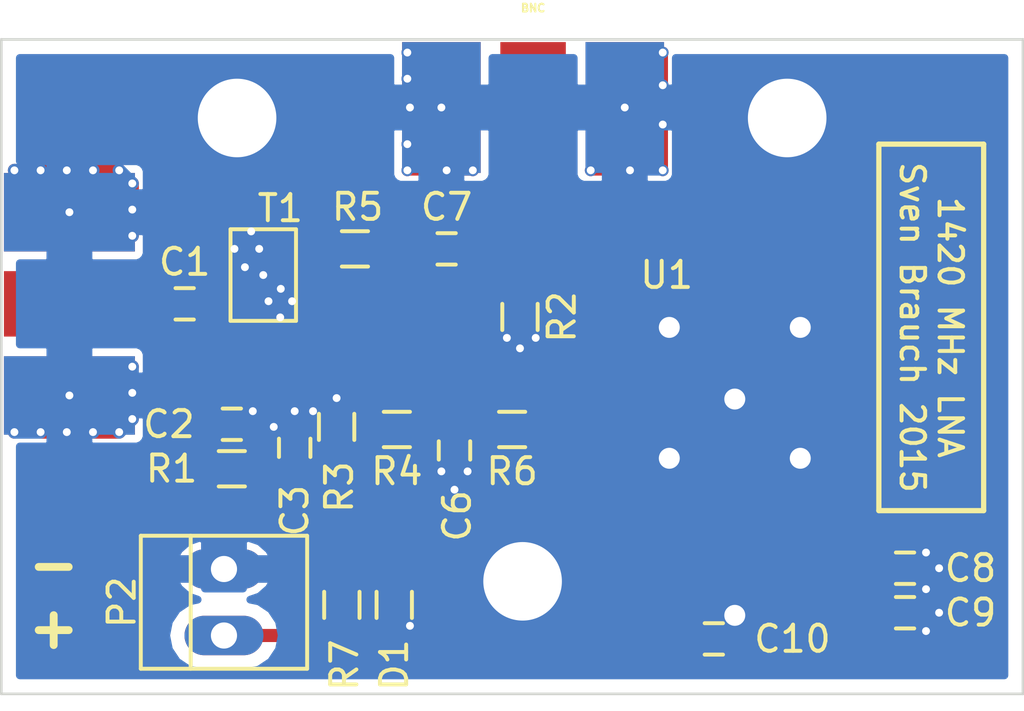
<source format=kicad_pcb>
(kicad_pcb (version 4) (host pcbnew "(2015-07-13 BZR 5935)-product")

  (general
    (links 43)
    (no_connects 0)
    (area 149.849999 95.2775 189.050001 122.775)
    (thickness 1.6)
    (drawings 10)
    (tracks 241)
    (zones 0)
    (modules 23)
    (nets 13)
  )

  (page A4)
  (layers
    (0 F.Cu signal)
    (31 B.Cu signal hide)
    (32 B.Adhes user)
    (33 F.Adhes user)
    (34 B.Paste user)
    (35 F.Paste user)
    (36 B.SilkS user)
    (37 F.SilkS user)
    (38 B.Mask user)
    (39 F.Mask user hide)
    (40 Dwgs.User user)
    (41 Cmts.User user)
    (42 Eco1.User user)
    (43 Eco2.User user)
    (44 Edge.Cuts user)
    (45 Margin user)
    (46 B.CrtYd user)
    (47 F.CrtYd user)
    (48 B.Fab user)
    (49 F.Fab user)
  )

  (setup
    (last_trace_width 0.25)
    (user_trace_width 0.3)
    (user_trace_width 0.4)
    (user_trace_width 0.5)
    (user_trace_width 0.7)
    (user_trace_width 0.8)
    (user_trace_width 1.5)
    (trace_clearance 0.2)
    (zone_clearance 0.508)
    (zone_45_only no)
    (trace_min 0.2)
    (segment_width 0.2)
    (edge_width 0.1)
    (via_size 0.6)
    (via_drill 0.4)
    (via_min_size 0.4)
    (via_min_drill 0.3)
    (user_via 0.45 0.3)
    (user_via 1.2 0.8)
    (uvia_size 0.3)
    (uvia_drill 0.1)
    (uvias_allowed no)
    (uvia_min_size 0.2)
    (uvia_min_drill 0.1)
    (pcb_text_width 0.3)
    (pcb_text_size 1.5 1.5)
    (mod_edge_width 0.15)
    (mod_text_size 1 1)
    (mod_text_width 0.15)
    (pad_size 1.5 1.5)
    (pad_drill 0.6)
    (pad_to_mask_clearance 0)
    (aux_axis_origin 0 0)
    (visible_elements FFFEFF7F)
    (pcbplotparams
      (layerselection 0x010f0_80000001)
      (usegerberextensions false)
      (excludeedgelayer true)
      (linewidth 0.100000)
      (plotframeref false)
      (viasonmask false)
      (mode 1)
      (useauxorigin false)
      (hpglpennumber 1)
      (hpglpenspeed 20)
      (hpglpendiameter 15)
      (hpglpenoverlay 2)
      (psnegative false)
      (psa4output false)
      (plotreference true)
      (plotvalue true)
      (plotinvisibletext false)
      (padsonsilk false)
      (subtractmaskfromsilk false)
      (outputformat 1)
      (mirror false)
      (drillshape 0)
      (scaleselection 1)
      (outputdirectory gerber/))
  )

  (net 0 "")
  (net 1 "Net-(C1-Pad1)")
  (net 2 "Net-(C1-Pad2)")
  (net 3 "Net-(C2-Pad1)")
  (net 4 GND)
  (net 5 "Net-(C3-Pad1)")
  (net 6 "Net-(C6-Pad1)")
  (net 7 "Net-(C7-Pad1)")
  (net 8 "Net-(C7-Pad2)")
  (net 9 "Net-(C8-Pad1)")
  (net 10 VCC)
  (net 11 "Net-(D1-Pad1)")
  (net 12 "Net-(R5-Pad1)")

  (net_class Default "This is the default net class."
    (clearance 0.2)
    (trace_width 0.25)
    (via_dia 0.6)
    (via_drill 0.4)
    (uvia_dia 0.3)
    (uvia_drill 0.1)
    (add_net GND)
    (add_net "Net-(C1-Pad1)")
    (add_net "Net-(C1-Pad2)")
    (add_net "Net-(C2-Pad1)")
    (add_net "Net-(C3-Pad1)")
    (add_net "Net-(C6-Pad1)")
    (add_net "Net-(C7-Pad1)")
    (add_net "Net-(C7-Pad2)")
    (add_net "Net-(C8-Pad1)")
    (add_net "Net-(D1-Pad1)")
    (add_net "Net-(R5-Pad1)")
    (add_net VCC)
  )

  (module Capacitors_SMD:C_0603 (layer F.Cu) (tedit 5415D631) (tstamp 5570CEBA)
    (at 157 107.1)
    (descr "Capacitor SMD 0603, reflow soldering, AVX (see smccp.pdf)")
    (tags "capacitor 0603")
    (path /50CB4F79)
    (attr smd)
    (fp_text reference C1 (at 0 -1.6) (layer F.SilkS)
      (effects (font (size 1 1) (thickness 0.15)))
    )
    (fp_text value 16pF (at 0 1.9) (layer F.Fab)
      (effects (font (size 1 1) (thickness 0.15)))
    )
    (fp_line (start -1.45 -0.75) (end 1.45 -0.75) (layer F.CrtYd) (width 0.05))
    (fp_line (start -1.45 0.75) (end 1.45 0.75) (layer F.CrtYd) (width 0.05))
    (fp_line (start -1.45 -0.75) (end -1.45 0.75) (layer F.CrtYd) (width 0.05))
    (fp_line (start 1.45 -0.75) (end 1.45 0.75) (layer F.CrtYd) (width 0.05))
    (fp_line (start -0.35 -0.6) (end 0.35 -0.6) (layer F.SilkS) (width 0.15))
    (fp_line (start 0.35 0.6) (end -0.35 0.6) (layer F.SilkS) (width 0.15))
    (pad 1 smd rect (at -0.75 0) (size 0.8 0.75) (layers F.Cu F.Paste F.Mask)
      (net 1 "Net-(C1-Pad1)"))
    (pad 2 smd rect (at 0.75 0) (size 0.8 0.75) (layers F.Cu F.Paste F.Mask)
      (net 2 "Net-(C1-Pad2)"))
    (model Capacitors_SMD.3dshapes/C_0603.wrl
      (at (xyz 0 0 0))
      (scale (xyz 1 1 1))
      (rotate (xyz 0 0 0))
    )
  )

  (module Capacitors_SMD:C_0603 (layer F.Cu) (tedit 5571A536) (tstamp 5570CEC6)
    (at 158.8 111.7)
    (descr "Capacitor SMD 0603, reflow soldering, AVX (see smccp.pdf)")
    (tags "capacitor 0603")
    (path /50CB4FAD)
    (attr smd)
    (fp_text reference C2 (at -2.4 0) (layer F.SilkS)
      (effects (font (size 1 1) (thickness 0.15)))
    )
    (fp_text value 12pF (at 0 1.9) (layer F.Fab)
      (effects (font (size 1 1) (thickness 0.15)))
    )
    (fp_line (start -1.45 -0.75) (end 1.45 -0.75) (layer F.CrtYd) (width 0.05))
    (fp_line (start -1.45 0.75) (end 1.45 0.75) (layer F.CrtYd) (width 0.05))
    (fp_line (start -1.45 -0.75) (end -1.45 0.75) (layer F.CrtYd) (width 0.05))
    (fp_line (start 1.45 -0.75) (end 1.45 0.75) (layer F.CrtYd) (width 0.05))
    (fp_line (start -0.35 -0.6) (end 0.35 -0.6) (layer F.SilkS) (width 0.15))
    (fp_line (start 0.35 0.6) (end -0.35 0.6) (layer F.SilkS) (width 0.15))
    (pad 1 smd rect (at -0.75 0) (size 0.8 0.75) (layers F.Cu F.Paste F.Mask)
      (net 3 "Net-(C2-Pad1)"))
    (pad 2 smd rect (at 0.75 0) (size 0.8 0.75) (layers F.Cu F.Paste F.Mask)
      (net 4 GND))
    (model Capacitors_SMD.3dshapes/C_0603.wrl
      (at (xyz 0 0 0))
      (scale (xyz 1 1 1))
      (rotate (xyz 0 0 0))
    )
  )

  (module Capacitors_SMD:C_0603 (layer F.Cu) (tedit 5571A54D) (tstamp 5570CED2)
    (at 161.2 112.6 90)
    (descr "Capacitor SMD 0603, reflow soldering, AVX (see smccp.pdf)")
    (tags "capacitor 0603")
    (path /50CB4FD8)
    (attr smd)
    (fp_text reference C3 (at -2.4 0 270) (layer F.SilkS)
      (effects (font (size 1 1) (thickness 0.15)))
    )
    (fp_text value 1nF (at 0 1.9 90) (layer F.Fab)
      (effects (font (size 1 1) (thickness 0.15)))
    )
    (fp_line (start -1.45 -0.75) (end 1.45 -0.75) (layer F.CrtYd) (width 0.05))
    (fp_line (start -1.45 0.75) (end 1.45 0.75) (layer F.CrtYd) (width 0.05))
    (fp_line (start -1.45 -0.75) (end -1.45 0.75) (layer F.CrtYd) (width 0.05))
    (fp_line (start 1.45 -0.75) (end 1.45 0.75) (layer F.CrtYd) (width 0.05))
    (fp_line (start -0.35 -0.6) (end 0.35 -0.6) (layer F.SilkS) (width 0.15))
    (fp_line (start 0.35 0.6) (end -0.35 0.6) (layer F.SilkS) (width 0.15))
    (pad 1 smd rect (at -0.75 0 90) (size 0.8 0.75) (layers F.Cu F.Paste F.Mask)
      (net 5 "Net-(C3-Pad1)"))
    (pad 2 smd rect (at 0.75 0 90) (size 0.8 0.75) (layers F.Cu F.Paste F.Mask)
      (net 4 GND))
    (model Capacitors_SMD.3dshapes/C_0603.wrl
      (at (xyz 0 0 0))
      (scale (xyz 1 1 1))
      (rotate (xyz 0 0 0))
    )
  )

  (module Capacitors_SMD:C_0603 (layer F.Cu) (tedit 5571A570) (tstamp 5570CEF6)
    (at 167.3 112.7 270)
    (descr "Capacitor SMD 0603, reflow soldering, AVX (see smccp.pdf)")
    (tags "capacitor 0603")
    (path /50CB555B)
    (attr smd)
    (fp_text reference C6 (at 2.5 -0.1 270) (layer F.SilkS)
      (effects (font (size 1 1) (thickness 0.15)))
    )
    (fp_text value 12pF (at 0 1.9 270) (layer F.Fab)
      (effects (font (size 1 1) (thickness 0.15)))
    )
    (fp_line (start -1.45 -0.75) (end 1.45 -0.75) (layer F.CrtYd) (width 0.05))
    (fp_line (start -1.45 0.75) (end 1.45 0.75) (layer F.CrtYd) (width 0.05))
    (fp_line (start -1.45 -0.75) (end -1.45 0.75) (layer F.CrtYd) (width 0.05))
    (fp_line (start 1.45 -0.75) (end 1.45 0.75) (layer F.CrtYd) (width 0.05))
    (fp_line (start -0.35 -0.6) (end 0.35 -0.6) (layer F.SilkS) (width 0.15))
    (fp_line (start 0.35 0.6) (end -0.35 0.6) (layer F.SilkS) (width 0.15))
    (pad 1 smd rect (at -0.75 0 270) (size 0.8 0.75) (layers F.Cu F.Paste F.Mask)
      (net 6 "Net-(C6-Pad1)"))
    (pad 2 smd rect (at 0.75 0 270) (size 0.8 0.75) (layers F.Cu F.Paste F.Mask)
      (net 4 GND))
    (model Capacitors_SMD.3dshapes/C_0603.wrl
      (at (xyz 0 0 0))
      (scale (xyz 1 1 1))
      (rotate (xyz 0 0 0))
    )
  )

  (module Capacitors_SMD:C_0603 (layer F.Cu) (tedit 5571A57A) (tstamp 5570CF02)
    (at 167 105)
    (descr "Capacitor SMD 0603, reflow soldering, AVX (see smccp.pdf)")
    (tags "capacitor 0603")
    (path /50CB5576)
    (attr smd)
    (fp_text reference C7 (at 0 -1.6) (layer F.SilkS)
      (effects (font (size 1 1) (thickness 0.15)))
    )
    (fp_text value 8.2pF (at 0 1.9) (layer F.Fab)
      (effects (font (size 1 1) (thickness 0.15)))
    )
    (fp_line (start -1.45 -0.75) (end 1.45 -0.75) (layer F.CrtYd) (width 0.05))
    (fp_line (start -1.45 0.75) (end 1.45 0.75) (layer F.CrtYd) (width 0.05))
    (fp_line (start -1.45 -0.75) (end -1.45 0.75) (layer F.CrtYd) (width 0.05))
    (fp_line (start 1.45 -0.75) (end 1.45 0.75) (layer F.CrtYd) (width 0.05))
    (fp_line (start -0.35 -0.6) (end 0.35 -0.6) (layer F.SilkS) (width 0.15))
    (fp_line (start 0.35 0.6) (end -0.35 0.6) (layer F.SilkS) (width 0.15))
    (pad 1 smd rect (at -0.75 0) (size 0.8 0.75) (layers F.Cu F.Paste F.Mask)
      (net 7 "Net-(C7-Pad1)"))
    (pad 2 smd rect (at 0.75 0) (size 0.8 0.75) (layers F.Cu F.Paste F.Mask)
      (net 8 "Net-(C7-Pad2)"))
    (model Capacitors_SMD.3dshapes/C_0603.wrl
      (at (xyz 0 0 0))
      (scale (xyz 1 1 1))
      (rotate (xyz 0 0 0))
    )
  )

  (module Capacitors_SMD:C_0603 (layer F.Cu) (tedit 5571A60F) (tstamp 5570CF0E)
    (at 184.5 117.2)
    (descr "Capacitor SMD 0603, reflow soldering, AVX (see smccp.pdf)")
    (tags "capacitor 0603")
    (path /50CB55BC)
    (attr smd)
    (fp_text reference C8 (at 2.5 0) (layer F.SilkS)
      (effects (font (size 1 1) (thickness 0.15)))
    )
    (fp_text value 100nF (at 0 1.9) (layer F.Fab)
      (effects (font (size 1 1) (thickness 0.15)))
    )
    (fp_line (start -1.45 -0.75) (end 1.45 -0.75) (layer F.CrtYd) (width 0.05))
    (fp_line (start -1.45 0.75) (end 1.45 0.75) (layer F.CrtYd) (width 0.05))
    (fp_line (start -1.45 -0.75) (end -1.45 0.75) (layer F.CrtYd) (width 0.05))
    (fp_line (start 1.45 -0.75) (end 1.45 0.75) (layer F.CrtYd) (width 0.05))
    (fp_line (start -0.35 -0.6) (end 0.35 -0.6) (layer F.SilkS) (width 0.15))
    (fp_line (start 0.35 0.6) (end -0.35 0.6) (layer F.SilkS) (width 0.15))
    (pad 1 smd rect (at -0.75 0) (size 0.8 0.75) (layers F.Cu F.Paste F.Mask)
      (net 9 "Net-(C8-Pad1)"))
    (pad 2 smd rect (at 0.75 0) (size 0.8 0.75) (layers F.Cu F.Paste F.Mask)
      (net 4 GND))
    (model Capacitors_SMD.3dshapes/C_0603.wrl
      (at (xyz 0 0 0))
      (scale (xyz 1 1 1))
      (rotate (xyz 0 0 0))
    )
  )

  (module Capacitors_SMD:C_0603 (layer F.Cu) (tedit 5571A612) (tstamp 5570CF1A)
    (at 184.5 118.9)
    (descr "Capacitor SMD 0603, reflow soldering, AVX (see smccp.pdf)")
    (tags "capacitor 0603")
    (path /50CB55C1)
    (attr smd)
    (fp_text reference C9 (at 2.5 0) (layer F.SilkS)
      (effects (font (size 1 1) (thickness 0.15)))
    )
    (fp_text value 2.2uF (at 0 1.9) (layer F.Fab)
      (effects (font (size 1 1) (thickness 0.15)))
    )
    (fp_line (start -1.45 -0.75) (end 1.45 -0.75) (layer F.CrtYd) (width 0.05))
    (fp_line (start -1.45 0.75) (end 1.45 0.75) (layer F.CrtYd) (width 0.05))
    (fp_line (start -1.45 -0.75) (end -1.45 0.75) (layer F.CrtYd) (width 0.05))
    (fp_line (start 1.45 -0.75) (end 1.45 0.75) (layer F.CrtYd) (width 0.05))
    (fp_line (start -0.35 -0.6) (end 0.35 -0.6) (layer F.SilkS) (width 0.15))
    (fp_line (start 0.35 0.6) (end -0.35 0.6) (layer F.SilkS) (width 0.15))
    (pad 1 smd rect (at -0.75 0) (size 0.8 0.75) (layers F.Cu F.Paste F.Mask)
      (net 9 "Net-(C8-Pad1)"))
    (pad 2 smd rect (at 0.75 0) (size 0.8 0.75) (layers F.Cu F.Paste F.Mask)
      (net 4 GND))
    (model Capacitors_SMD.3dshapes/C_0603.wrl
      (at (xyz 0 0 0))
      (scale (xyz 1 1 1))
      (rotate (xyz 0 0 0))
    )
  )

  (module Capacitors_SMD:C_0603 (layer F.Cu) (tedit 5571A5EE) (tstamp 5570CF26)
    (at 177.2 119.9)
    (descr "Capacitor SMD 0603, reflow soldering, AVX (see smccp.pdf)")
    (tags "capacitor 0603")
    (path /50CBAE3E)
    (attr smd)
    (fp_text reference C10 (at 3 0) (layer F.SilkS)
      (effects (font (size 1 1) (thickness 0.15)))
    )
    (fp_text value 2.2uF (at 0 1.9) (layer F.Fab)
      (effects (font (size 1 1) (thickness 0.15)))
    )
    (fp_line (start -1.45 -0.75) (end 1.45 -0.75) (layer F.CrtYd) (width 0.05))
    (fp_line (start -1.45 0.75) (end 1.45 0.75) (layer F.CrtYd) (width 0.05))
    (fp_line (start -1.45 -0.75) (end -1.45 0.75) (layer F.CrtYd) (width 0.05))
    (fp_line (start 1.45 -0.75) (end 1.45 0.75) (layer F.CrtYd) (width 0.05))
    (fp_line (start -0.35 -0.6) (end 0.35 -0.6) (layer F.SilkS) (width 0.15))
    (fp_line (start 0.35 0.6) (end -0.35 0.6) (layer F.SilkS) (width 0.15))
    (pad 1 smd rect (at -0.75 0) (size 0.8 0.75) (layers F.Cu F.Paste F.Mask)
      (net 10 VCC))
    (pad 2 smd rect (at 0.75 0) (size 0.8 0.75) (layers F.Cu F.Paste F.Mask)
      (net 4 GND))
    (model Capacitors_SMD.3dshapes/C_0603.wrl
      (at (xyz 0 0 0))
      (scale (xyz 1 1 1))
      (rotate (xyz 0 0 0))
    )
  )

  (module Resistors_SMD:R_0603 (layer F.Cu) (tedit 5571A650) (tstamp 5570CF32)
    (at 165 118.6 270)
    (descr "Resistor SMD 0603, reflow soldering, Vishay (see dcrcw.pdf)")
    (tags "resistor 0603")
    (path /50CBCF69)
    (attr smd)
    (fp_text reference D1 (at 2.3 0 270) (layer F.SilkS)
      (effects (font (size 1 1) (thickness 0.15)))
    )
    (fp_text value LED (at 0 1.9 270) (layer F.Fab)
      (effects (font (size 1 1) (thickness 0.15)))
    )
    (fp_line (start -1.3 -0.8) (end 1.3 -0.8) (layer F.CrtYd) (width 0.05))
    (fp_line (start -1.3 0.8) (end 1.3 0.8) (layer F.CrtYd) (width 0.05))
    (fp_line (start -1.3 -0.8) (end -1.3 0.8) (layer F.CrtYd) (width 0.05))
    (fp_line (start 1.3 -0.8) (end 1.3 0.8) (layer F.CrtYd) (width 0.05))
    (fp_line (start 0.5 0.675) (end -0.5 0.675) (layer F.SilkS) (width 0.15))
    (fp_line (start -0.5 -0.675) (end 0.5 -0.675) (layer F.SilkS) (width 0.15))
    (pad 1 smd rect (at -0.75 0 270) (size 0.5 0.9) (layers F.Cu F.Paste F.Mask)
      (net 11 "Net-(D1-Pad1)"))
    (pad 2 smd rect (at 0.75 0 270) (size 0.5 0.9) (layers F.Cu F.Paste F.Mask)
      (net 4 GND))
    (model Resistors_SMD.3dshapes/R_0603.wrl
      (at (xyz 0 0 0))
      (scale (xyz 1 1 1))
      (rotate (xyz 0 0 0))
    )
  )

  (module mycomponents:SMA_SIDE (layer F.Cu) (tedit 551AFA2F) (tstamp 5570CF5C)
    (at 170.3 99.6 180)
    (path /50CB4F5C)
    (fp_text reference P1 (at 0 3.2 180) (layer F.SilkS) hide
      (effects (font (size 0.3 0.3) (thickness 0.075)))
    )
    (fp_text value BNC (at 0 3.8 180) (layer F.SilkS)
      (effects (font (size 0.3 0.3) (thickness 0.075)))
    )
    (pad 1 smd rect (at 0 0 180) (size 2.5 5) (layers F.Cu F.Mask)
      (net 8 "Net-(C7-Pad2)"))
    (pad 2 smd rect (at -3.5 0 180) (size 3 5) (layers *.Mask B.Cu)
      (net 4 GND))
    (pad 2 smd rect (at 3.5 0 180) (size 3 5) (layers F.Cu F.Mask)
      (net 4 GND))
    (pad 2 smd rect (at 3.5 0 180) (size 3 5) (layers *.Mask B.Cu)
      (net 4 GND))
    (pad 2 smd rect (at -3.5 0 180) (size 3 5) (layers F.Cu F.Mask)
      (net 4 GND))
    (model lib/SMA_EDGE.wrl
      (at (xyz -0 0.15 0.063))
      (scale (xyz 1.27 1.27 1.27))
      (rotate (xyz 90 0 90))
    )
  )

  (module Resistors_SMD:R_0603 (layer F.Cu) (tedit 5571A53A) (tstamp 5570CF73)
    (at 158.8 113.4)
    (descr "Resistor SMD 0603, reflow soldering, Vishay (see dcrcw.pdf)")
    (tags "resistor 0603")
    (path /50CB4FB7)
    (attr smd)
    (fp_text reference R1 (at -2.3 0) (layer F.SilkS)
      (effects (font (size 1 1) (thickness 0.15)))
    )
    (fp_text value 100R (at 0 1.9) (layer F.Fab)
      (effects (font (size 1 1) (thickness 0.15)))
    )
    (fp_line (start -1.3 -0.8) (end 1.3 -0.8) (layer F.CrtYd) (width 0.05))
    (fp_line (start -1.3 0.8) (end 1.3 0.8) (layer F.CrtYd) (width 0.05))
    (fp_line (start -1.3 -0.8) (end -1.3 0.8) (layer F.CrtYd) (width 0.05))
    (fp_line (start 1.3 -0.8) (end 1.3 0.8) (layer F.CrtYd) (width 0.05))
    (fp_line (start 0.5 0.675) (end -0.5 0.675) (layer F.SilkS) (width 0.15))
    (fp_line (start -0.5 -0.675) (end 0.5 -0.675) (layer F.SilkS) (width 0.15))
    (pad 1 smd rect (at -0.75 0) (size 0.5 0.9) (layers F.Cu F.Paste F.Mask)
      (net 3 "Net-(C2-Pad1)"))
    (pad 2 smd rect (at 0.75 0) (size 0.5 0.9) (layers F.Cu F.Paste F.Mask)
      (net 5 "Net-(C3-Pad1)"))
    (model Resistors_SMD.3dshapes/R_0603.wrl
      (at (xyz 0 0 0))
      (scale (xyz 1 1 1))
      (rotate (xyz 0 0 0))
    )
  )

  (module Resistors_SMD:R_0603 (layer F.Cu) (tedit 5571A575) (tstamp 5570CF7F)
    (at 169.8 107.6 270)
    (descr "Resistor SMD 0603, reflow soldering, Vishay (see dcrcw.pdf)")
    (tags "resistor 0603")
    (path /557105CD)
    (attr smd)
    (fp_text reference R2 (at 0 -1.6 270) (layer F.SilkS)
      (effects (font (size 1 1) (thickness 0.15)))
    )
    (fp_text value 100R (at 0 1.9 270) (layer F.Fab)
      (effects (font (size 1 1) (thickness 0.15)))
    )
    (fp_line (start -1.3 -0.8) (end 1.3 -0.8) (layer F.CrtYd) (width 0.05))
    (fp_line (start -1.3 0.8) (end 1.3 0.8) (layer F.CrtYd) (width 0.05))
    (fp_line (start -1.3 -0.8) (end -1.3 0.8) (layer F.CrtYd) (width 0.05))
    (fp_line (start 1.3 -0.8) (end 1.3 0.8) (layer F.CrtYd) (width 0.05))
    (fp_line (start 0.5 0.675) (end -0.5 0.675) (layer F.SilkS) (width 0.15))
    (fp_line (start -0.5 -0.675) (end 0.5 -0.675) (layer F.SilkS) (width 0.15))
    (pad 1 smd rect (at -0.75 0 270) (size 0.5 0.9) (layers F.Cu F.Paste F.Mask)
      (net 8 "Net-(C7-Pad2)"))
    (pad 2 smd rect (at 0.75 0 270) (size 0.5 0.9) (layers F.Cu F.Paste F.Mask)
      (net 4 GND))
    (model Resistors_SMD.3dshapes/R_0603.wrl
      (at (xyz 0 0 0))
      (scale (xyz 1 1 1))
      (rotate (xyz 0 0 0))
    )
  )

  (module Resistors_SMD:R_0603 (layer F.Cu) (tedit 5571A550) (tstamp 5570CF8B)
    (at 162.8 111.8 90)
    (descr "Resistor SMD 0603, reflow soldering, Vishay (see dcrcw.pdf)")
    (tags "resistor 0603")
    (path /50CB5020)
    (attr smd)
    (fp_text reference R3 (at -2.3 0.1 270) (layer F.SilkS)
      (effects (font (size 1 1) (thickness 0.15)))
    )
    (fp_text value 220R (at 0 1.9 90) (layer F.Fab)
      (effects (font (size 1 1) (thickness 0.15)))
    )
    (fp_line (start -1.3 -0.8) (end 1.3 -0.8) (layer F.CrtYd) (width 0.05))
    (fp_line (start -1.3 0.8) (end 1.3 0.8) (layer F.CrtYd) (width 0.05))
    (fp_line (start -1.3 -0.8) (end -1.3 0.8) (layer F.CrtYd) (width 0.05))
    (fp_line (start 1.3 -0.8) (end 1.3 0.8) (layer F.CrtYd) (width 0.05))
    (fp_line (start 0.5 0.675) (end -0.5 0.675) (layer F.SilkS) (width 0.15))
    (fp_line (start -0.5 -0.675) (end 0.5 -0.675) (layer F.SilkS) (width 0.15))
    (pad 1 smd rect (at -0.75 0 90) (size 0.5 0.9) (layers F.Cu F.Paste F.Mask)
      (net 5 "Net-(C3-Pad1)"))
    (pad 2 smd rect (at 0.75 0 90) (size 0.5 0.9) (layers F.Cu F.Paste F.Mask)
      (net 4 GND))
    (model Resistors_SMD.3dshapes/R_0603.wrl
      (at (xyz 0 0 0))
      (scale (xyz 1 1 1))
      (rotate (xyz 0 0 0))
    )
  )

  (module Resistors_SMD:R_0603 (layer F.Cu) (tedit 5571A555) (tstamp 5570CF97)
    (at 165.1 111.9)
    (descr "Resistor SMD 0603, reflow soldering, Vishay (see dcrcw.pdf)")
    (tags "resistor 0603")
    (path /50CB5027)
    (attr smd)
    (fp_text reference R4 (at 0 1.6) (layer F.SilkS)
      (effects (font (size 1 1) (thickness 0.15)))
    )
    (fp_text value 1k (at 0 1.9) (layer F.Fab)
      (effects (font (size 1 1) (thickness 0.15)))
    )
    (fp_line (start -1.3 -0.8) (end 1.3 -0.8) (layer F.CrtYd) (width 0.05))
    (fp_line (start -1.3 0.8) (end 1.3 0.8) (layer F.CrtYd) (width 0.05))
    (fp_line (start -1.3 -0.8) (end -1.3 0.8) (layer F.CrtYd) (width 0.05))
    (fp_line (start 1.3 -0.8) (end 1.3 0.8) (layer F.CrtYd) (width 0.05))
    (fp_line (start 0.5 0.675) (end -0.5 0.675) (layer F.SilkS) (width 0.15))
    (fp_line (start -0.5 -0.675) (end 0.5 -0.675) (layer F.SilkS) (width 0.15))
    (pad 1 smd rect (at -0.75 0) (size 0.5 0.9) (layers F.Cu F.Paste F.Mask)
      (net 5 "Net-(C3-Pad1)"))
    (pad 2 smd rect (at 0.75 0) (size 0.5 0.9) (layers F.Cu F.Paste F.Mask)
      (net 6 "Net-(C6-Pad1)"))
    (model Resistors_SMD.3dshapes/R_0603.wrl
      (at (xyz 0 0 0))
      (scale (xyz 1 1 1))
      (rotate (xyz 0 0 0))
    )
  )

  (module Resistors_SMD:R_0603 (layer F.Cu) (tedit 5571A578) (tstamp 5570CFA3)
    (at 163.5 105)
    (descr "Resistor SMD 0603, reflow soldering, Vishay (see dcrcw.pdf)")
    (tags "resistor 0603")
    (path /50CB54EB)
    (attr smd)
    (fp_text reference R5 (at 0.1 -1.6) (layer F.SilkS)
      (effects (font (size 1 1) (thickness 0.15)))
    )
    (fp_text value 5 (at 0 1.9) (layer F.Fab)
      (effects (font (size 1 1) (thickness 0.15)))
    )
    (fp_line (start -1.3 -0.8) (end 1.3 -0.8) (layer F.CrtYd) (width 0.05))
    (fp_line (start -1.3 0.8) (end 1.3 0.8) (layer F.CrtYd) (width 0.05))
    (fp_line (start -1.3 -0.8) (end -1.3 0.8) (layer F.CrtYd) (width 0.05))
    (fp_line (start 1.3 -0.8) (end 1.3 0.8) (layer F.CrtYd) (width 0.05))
    (fp_line (start 0.5 0.675) (end -0.5 0.675) (layer F.SilkS) (width 0.15))
    (fp_line (start -0.5 -0.675) (end 0.5 -0.675) (layer F.SilkS) (width 0.15))
    (pad 1 smd rect (at -0.75 0) (size 0.5 0.9) (layers F.Cu F.Paste F.Mask)
      (net 12 "Net-(R5-Pad1)"))
    (pad 2 smd rect (at 0.75 0) (size 0.5 0.9) (layers F.Cu F.Paste F.Mask)
      (net 7 "Net-(C7-Pad1)"))
    (model Resistors_SMD.3dshapes/R_0603.wrl
      (at (xyz 0 0 0))
      (scale (xyz 1 1 1))
      (rotate (xyz 0 0 0))
    )
  )

  (module Resistors_SMD:R_0603 (layer F.Cu) (tedit 5571A573) (tstamp 5570CFAF)
    (at 169.5 111.9)
    (descr "Resistor SMD 0603, reflow soldering, Vishay (see dcrcw.pdf)")
    (tags "resistor 0603")
    (path /50CB55B6)
    (attr smd)
    (fp_text reference R6 (at 0 1.6) (layer F.SilkS)
      (effects (font (size 1 1) (thickness 0.15)))
    )
    (fp_text value 33 (at 0 1.9) (layer F.Fab)
      (effects (font (size 1 1) (thickness 0.15)))
    )
    (fp_line (start -1.3 -0.8) (end 1.3 -0.8) (layer F.CrtYd) (width 0.05))
    (fp_line (start -1.3 0.8) (end 1.3 0.8) (layer F.CrtYd) (width 0.05))
    (fp_line (start -1.3 -0.8) (end -1.3 0.8) (layer F.CrtYd) (width 0.05))
    (fp_line (start 1.3 -0.8) (end 1.3 0.8) (layer F.CrtYd) (width 0.05))
    (fp_line (start 0.5 0.675) (end -0.5 0.675) (layer F.SilkS) (width 0.15))
    (fp_line (start -0.5 -0.675) (end 0.5 -0.675) (layer F.SilkS) (width 0.15))
    (pad 1 smd rect (at -0.75 0) (size 0.5 0.9) (layers F.Cu F.Paste F.Mask)
      (net 6 "Net-(C6-Pad1)"))
    (pad 2 smd rect (at 0.75 0) (size 0.5 0.9) (layers F.Cu F.Paste F.Mask)
      (net 9 "Net-(C8-Pad1)"))
    (model Resistors_SMD.3dshapes/R_0603.wrl
      (at (xyz 0 0 0))
      (scale (xyz 1 1 1))
      (rotate (xyz 0 0 0))
    )
  )

  (module Resistors_SMD:R_0603 (layer F.Cu) (tedit 5571A641) (tstamp 5570CFBB)
    (at 163 118.6 270)
    (descr "Resistor SMD 0603, reflow soldering, Vishay (see dcrcw.pdf)")
    (tags "resistor 0603")
    (path /50CBCF74)
    (attr smd)
    (fp_text reference R7 (at 2.3 -0.1 270) (layer F.SilkS)
      (effects (font (size 1 1) (thickness 0.15)))
    )
    (fp_text value 2200 (at 0 1.9 270) (layer F.Fab)
      (effects (font (size 1 1) (thickness 0.15)))
    )
    (fp_line (start -1.3 -0.8) (end 1.3 -0.8) (layer F.CrtYd) (width 0.05))
    (fp_line (start -1.3 0.8) (end 1.3 0.8) (layer F.CrtYd) (width 0.05))
    (fp_line (start -1.3 -0.8) (end -1.3 0.8) (layer F.CrtYd) (width 0.05))
    (fp_line (start 1.3 -0.8) (end 1.3 0.8) (layer F.CrtYd) (width 0.05))
    (fp_line (start 0.5 0.675) (end -0.5 0.675) (layer F.SilkS) (width 0.15))
    (fp_line (start -0.5 -0.675) (end 0.5 -0.675) (layer F.SilkS) (width 0.15))
    (pad 1 smd rect (at -0.75 0 270) (size 0.5 0.9) (layers F.Cu F.Paste F.Mask)
      (net 11 "Net-(D1-Pad1)"))
    (pad 2 smd rect (at 0.75 0 270) (size 0.5 0.9) (layers F.Cu F.Paste F.Mask)
      (net 10 VCC))
    (model Resistors_SMD.3dshapes/R_0603.wrl
      (at (xyz 0 0 0))
      (scale (xyz 1 1 1))
      (rotate (xyz 0 0 0))
    )
  )

  (module Connect:PINHEAD1-2 (layer F.Cu) (tedit 0) (tstamp 5570CF67)
    (at 158.5 118.5 90)
    (path /50CBAEC3)
    (attr virtual)
    (fp_text reference P2 (at 0 -3.9 90) (layer F.SilkS)
      (effects (font (size 1 1) (thickness 0.15)))
    )
    (fp_text value CONN_2 (at 0 3.81 90) (layer F.Fab)
      (effects (font (size 1 1) (thickness 0.15)))
    )
    (fp_line (start 2.54 -1.27) (end -2.54 -1.27) (layer F.SilkS) (width 0.15))
    (fp_line (start 2.54 3.175) (end -2.54 3.175) (layer F.SilkS) (width 0.15))
    (fp_line (start -2.54 -3.175) (end 2.54 -3.175) (layer F.SilkS) (width 0.15))
    (fp_line (start -2.54 -3.175) (end -2.54 3.175) (layer F.SilkS) (width 0.15))
    (fp_line (start 2.54 -3.175) (end 2.54 3.175) (layer F.SilkS) (width 0.15))
    (pad 1 thru_hole oval (at -1.27 0 90) (size 1.50622 3.01498) (drill 0.99822) (layers *.Cu *.Mask)
      (net 10 VCC))
    (pad 2 thru_hole oval (at 1.27 0 90) (size 1.50622 3.01498) (drill 0.99822) (layers *.Cu *.Mask)
      (net 4 GND))
  )

  (module mycomponents:SMA_SIDE (layer F.Cu) (tedit 5571B639) (tstamp 5570CF3B)
    (at 152.6 107.1 90)
    (path /50CB4F51)
    (fp_text reference IN1 (at 0 3.2 90) (layer F.SilkS) hide
      (effects (font (size 0.3 0.3) (thickness 0.075)))
    )
    (fp_text value BNC (at 0 3.8 90) (layer F.SilkS) hide
      (effects (font (size 0.3 0.3) (thickness 0.075)))
    )
    (pad 1 smd rect (at 0 0 90) (size 2.5 5) (layers F.Cu F.Mask)
      (net 1 "Net-(C1-Pad1)"))
    (pad 2 smd rect (at -3.5 0 90) (size 3 5) (layers *.Mask B.Cu)
      (net 4 GND))
    (pad 2 smd rect (at 3.5 0 90) (size 3 5) (layers F.Cu F.Mask)
      (net 4 GND))
    (pad 2 smd rect (at 3.5 0 90) (size 3 5) (layers *.Mask B.Cu)
      (net 4 GND))
    (pad 2 smd rect (at -3.5 0 90) (size 3 5) (layers F.Cu F.Mask)
      (net 4 GND))
    (model lib/SMA_EDGE.wrl
      (at (xyz -0 0.15 0.063))
      (scale (xyz 1.27 1.27 1.27))
      (rotate (xyz 90 0 90))
    )
  )

  (module mycomponents:TO252 (layer F.Cu) (tedit 5571B90E) (tstamp 5570CFDF)
    (at 178 117.5)
    (path /55723499)
    (fp_text reference U1 (at -2.6 -11.5) (layer F.SilkS)
      (effects (font (size 1 1) (thickness 0.15)))
    )
    (fp_text value 78L05 (at 0 -9.5) (layer F.SilkS) hide
      (effects (font (size 1 1) (thickness 0.15)))
    )
    (pad GND smd rect (at 0 -6.9) (size 7 7) (layers F.Cu F.Paste F.Mask)
      (net 4 GND))
    (pad VO smd rect (at 2.3 0) (size 1.5 2.5) (layers F.Cu F.Paste F.Mask)
      (net 9 "Net-(C8-Pad1)"))
    (pad VI smd rect (at -2.3 0) (size 1.5 2.5) (layers F.Cu F.Paste F.Mask)
      (net 10 VCC))
  )

  (module mycomponents:3.5nH-microstrip (layer F.Cu) (tedit 5571BA19) (tstamp 5571A040)
    (at 157.9 109.5)
    (path /50CB4F99)
    (solder_mask_margin 0.01)
    (clearance 0.01)
    (fp_text reference L1 (at 3.025 0 90) (layer F.SilkS) hide
      (effects (font (size 1.5 1.5) (thickness 0.15)))
    )
    (fp_text value 3.5nH (at 0 -5.5) (layer F.Fab)
      (effects (font (size 1.5 1.5) (thickness 0.15)))
    )
    (pad 1 smd rect (at 0.575 -1.2) (size 1.15 0.3) (layers F.Cu F.Paste F.Mask)
      (net 2 "Net-(C1-Pad2)"))
    (pad 2 smd rect (at -0.575 1.2) (size 1.15 0.3) (layers F.Cu F.Paste F.Mask)
      (net 3 "Net-(C2-Pad1)"))
    (pad ~ smd rect (at 1.15 -0.9) (size 0.3 0.9) (layers F.Cu F.Paste F.Mask))
    (pad ~ smd rect (at 1.15 0.3) (size 0.3 0.9) (layers F.Cu F.Paste F.Mask))
    (pad ~ smd rect (at 0 -0.6) (size 2.3 0.3) (layers F.Cu F.Paste F.Mask))
    (pad ~ smd rect (at 0 0) (size 2.3 0.3) (layers F.Cu F.Paste F.Mask))
    (pad ~ smd rect (at 0 0.6) (size 2.3 0.3) (layers F.Cu F.Paste F.Mask))
    (pad ~ smd rect (at -1.15 -0.3) (size 0.3 0.9) (layers F.Cu F.Paste F.Mask))
    (pad ~ smd rect (at -1.15 0.9) (size 0.3 0.9) (layers F.Cu F.Paste F.Mask))
  )

  (module mycomponents:3.5nH-microstrip (layer F.Cu) (tedit 5571BA19) (tstamp 5571A04C)
    (at 166 108.4 180)
    (path /50CB54F5)
    (solder_mask_margin 0.01)
    (clearance 0.01)
    (fp_text reference L2 (at 3.025 0 270) (layer F.SilkS) hide
      (effects (font (size 1.5 1.5) (thickness 0.15)))
    )
    (fp_text value 3.5nH (at 0 -5.5 180) (layer F.Fab)
      (effects (font (size 1.5 1.5) (thickness 0.15)))
    )
    (pad 1 smd rect (at 0.575 -1.2 180) (size 1.15 0.3) (layers F.Cu F.Paste F.Mask)
      (net 6 "Net-(C6-Pad1)"))
    (pad 2 smd rect (at -0.575 1.2 180) (size 1.15 0.3) (layers F.Cu F.Paste F.Mask)
      (net 7 "Net-(C7-Pad1)"))
    (pad ~ smd rect (at 1.15 -0.9 180) (size 0.3 0.9) (layers F.Cu F.Paste F.Mask))
    (pad ~ smd rect (at 1.15 0.3 180) (size 0.3 0.9) (layers F.Cu F.Paste F.Mask))
    (pad ~ smd rect (at 0 -0.6 180) (size 2.3 0.3) (layers F.Cu F.Paste F.Mask))
    (pad ~ smd rect (at 0 0 180) (size 2.3 0.3) (layers F.Cu F.Paste F.Mask))
    (pad ~ smd rect (at 0 0.6 180) (size 2.3 0.3) (layers F.Cu F.Paste F.Mask))
    (pad ~ smd rect (at -1.15 -0.3 180) (size 0.3 0.9) (layers F.Cu F.Paste F.Mask))
    (pad ~ smd rect (at -1.15 0.9 180) (size 0.3 0.9) (layers F.Cu F.Paste F.Mask))
  )

  (module mycomponents:SOT343-AVAGO (layer F.Cu) (tedit 5571BB92) (tstamp 5570F0D3)
    (at 160 106 180)
    (path /50CB531A)
    (fp_text reference T1 (at -0.65 2.55 180) (layer F.SilkS)
      (effects (font (size 1 1) (thickness 0.15)))
    )
    (fp_text value ATF54143 (at 3 -3.75 180) (layer F.Fab)
      (effects (font (size 0.8 0.8) (thickness 0.1)))
    )
    (fp_line (start -1.25 -1.75) (end 1.25 -1.75) (layer F.SilkS) (width 0.15))
    (fp_line (start 1.25 -1.75) (end 1.25 1.75) (layer F.SilkS) (width 0.15))
    (fp_line (start 1.25 1.75) (end -1.25 1.75) (layer F.SilkS) (width 0.15))
    (fp_line (start -1.25 1.75) (end -1.25 -1.75) (layer F.SilkS) (width 0.15))
    (pad 3 smd rect (at 0.65 -1 180) (size 0.6 1) (layers F.Cu F.Paste F.Mask)
      (net 2 "Net-(C1-Pad2)"))
    (pad 2 smd rect (at -0.65 -1 180) (size 0.6 1) (layers F.Cu F.Paste F.Mask)
      (net 4 GND))
    (pad 1 smd rect (at -0.65 1 180) (size 0.6 1) (layers F.Cu F.Paste F.Mask)
      (net 12 "Net-(R5-Pad1)"))
    (pad 2 smd rect (at 0.5 1 180) (size 0.9 1) (layers F.Cu F.Paste F.Mask)
      (net 4 GND))
  )

  (gr_line (start 183.5 115) (end 183.5 101) (angle 90) (layer F.SilkS) (width 0.2))
  (gr_line (start 187.5 115) (end 183.5 115) (angle 90) (layer F.SilkS) (width 0.2))
  (gr_line (start 187.5 101) (end 187.5 115) (angle 90) (layer F.SilkS) (width 0.2))
  (gr_line (start 183.5 101) (end 187.5 101) (angle 90) (layer F.SilkS) (width 0.2))
  (gr_text "1420 MHz LNA\nSven Brauch 2015" (at 185.5 108 270) (layer F.SilkS)
    (effects (font (size 0.9 0.9) (thickness 0.15)))
  )
  (gr_text "-\n+" (at 152 118.25) (layer F.SilkS)
    (effects (font (size 1.5 1.5) (thickness 0.3)))
  )
  (gr_line (start 150 122) (end 150 97) (layer Edge.Cuts) (width 0.1))
  (gr_line (start 189 122) (end 150 122) (layer Edge.Cuts) (width 0.1))
  (gr_line (start 189 97) (end 189 122) (layer Edge.Cuts) (width 0.1))
  (gr_line (start 150 97) (end 189 97) (layer Edge.Cuts) (width 0.1))

  (segment (start 156.25 107.1) (end 152.6 107.1) (width 0.7) (layer F.Cu) (net 1))
  (segment (start 157.75 108.05) (end 158 108.3) (width 0.3) (layer F.Cu) (net 2))
  (segment (start 158 108.3) (end 158.475 108.3) (width 0.3) (layer F.Cu) (net 2))
  (segment (start 157.75 107.1) (end 157.75 108.05) (width 0.3) (layer F.Cu) (net 2))
  (segment (start 157.75 107.1) (end 159.25 107.1) (width 0.7) (layer F.Cu) (net 2))
  (segment (start 159.25 107.1) (end 159.35 107) (width 0.7) (layer F.Cu) (net 2))
  (segment (start 158.05 111.7) (end 158.05 113.4) (width 0.5) (layer F.Cu) (net 3))
  (segment (start 157.9 110.7) (end 158.05 110.85) (width 0.3) (layer F.Cu) (net 3))
  (segment (start 158.05 110.85) (end 158.05 111.7) (width 0.3) (layer F.Cu) (net 3))
  (segment (start 157.325 110.7) (end 157.9 110.7) (width 0.3) (layer F.Cu) (net 3))
  (segment (start 167.3 114.2) (end 167.3 115.1) (width 0.5) (layer B.Cu) (net 4))
  (via (at 167.3 114.2) (size 0.45) (drill 0.3) (layers F.Cu B.Cu) (net 4))
  (segment (start 167.3 113.45) (end 167.3 114.2) (width 0.5) (layer F.Cu) (net 4))
  (via (at 169.9 117.7) (size 4) (drill 3) (layers F.Cu B.Cu) (net 4))
  (segment (start 167.3 115.1) (end 169.9 117.7) (width 0.5) (layer B.Cu) (net 4) (tstamp 5571BAC6))
  (segment (start 173.8 99.6) (end 179.6 99.6) (width 0.5) (layer B.Cu) (net 4))
  (via (at 180 100) (size 4) (drill 3) (layers F.Cu B.Cu) (net 4))
  (segment (start 179.6 99.6) (end 180 100) (width 0.5) (layer B.Cu) (net 4) (tstamp 5571BAA6))
  (segment (start 180.5 113) (end 175.5 113) (width 0.4) (layer B.Cu) (net 4))
  (segment (start 175.5 113) (end 177.763 110.737) (width 0.4) (layer F.Cu) (net 4) (tstamp 5571B130))
  (via (at 175.5 113) (size 1.2) (drill 0.8) (layers F.Cu B.Cu) (net 4))
  (segment (start 177.763 110.737) (end 178 110.737) (width 0.4) (layer F.Cu) (net 4) (tstamp 5571B131))
  (segment (start 178 110.737) (end 178.237 110.737) (width 0.4) (layer B.Cu) (net 4))
  (segment (start 178.237 110.737) (end 180.5 113) (width 0.4) (layer B.Cu) (net 4) (tstamp 5571B128))
  (segment (start 180.5 113) (end 178.237 110.737) (width 0.4) (layer F.Cu) (net 4) (tstamp 5571B12A))
  (via (at 180.5 113) (size 1.2) (drill 0.8) (layers F.Cu B.Cu) (net 4))
  (segment (start 175.5 108) (end 180.5 108) (width 0.4) (layer B.Cu) (net 4))
  (segment (start 180.5 108) (end 178 110.5) (width 0.4) (layer F.Cu) (net 4) (tstamp 5571B124))
  (via (at 180.5 108) (size 1.2) (drill 0.8) (layers F.Cu B.Cu) (net 4))
  (segment (start 178 110.5) (end 178 110.737) (width 0.4) (layer F.Cu) (net 4) (tstamp 5571B125))
  (segment (start 178 110.737) (end 178 110.5) (width 0.4) (layer B.Cu) (net 4))
  (via (at 178 110.737) (size 1.2) (drill 0.8) (layers F.Cu B.Cu) (net 4))
  (segment (start 175.5 108) (end 178 110.5) (width 0.4) (layer F.Cu) (net 4) (tstamp 5571B11D))
  (via (at 175.5 108) (size 1.2) (drill 0.8) (layers F.Cu B.Cu) (net 4))
  (segment (start 177.937 110.737) (end 178 110.737) (width 0.4) (layer F.Cu) (net 4) (tstamp 5571B109))
  (segment (start 175.9 108.7) (end 177.937 110.737) (width 0.4) (layer F.Cu) (net 4) (tstamp 5571B108))
  (segment (start 166.8 99.6) (end 159.4 99.6) (width 0.4) (layer B.Cu) (net 4))
  (via (at 159 100) (size 4) (drill 3) (layers F.Cu B.Cu) (net 4))
  (segment (start 159.4 99.6) (end 159 100) (width 0.4) (layer B.Cu) (net 4) (tstamp 5571B3E2))
  (via (at 152.6 110.6) (size 0.45) (drill 0.3) (layers F.Cu B.Cu) (net 4))
  (via (at 152.6 103.6) (size 0.45) (drill 0.3) (layers F.Cu B.Cu) (net 4))
  (via (at 173.8 99.6) (size 0.45) (drill 0.3) (layers F.Cu B.Cu) (net 4))
  (segment (start 173.8 99.6) (end 173.8 98.95) (width 0.4) (layer B.Cu) (net 4))
  (segment (start 173.8 98.95) (end 175.25 97.5) (width 0.4) (layer B.Cu) (net 4) (tstamp 5571B26E))
  (via (at 175.25 97.5) (size 0.45) (drill 0.3) (layers F.Cu B.Cu) (net 4))
  (segment (start 175.25 97.5) (end 175.25 98.75) (width 0.4) (layer F.Cu) (net 4) (tstamp 5571B271))
  (via (at 175.25 98.75) (size 0.45) (drill 0.3) (layers F.Cu B.Cu) (net 4))
  (segment (start 175.25 98.75) (end 175.25 100.25) (width 0.4) (layer B.Cu) (net 4) (tstamp 5571B274))
  (via (at 175.25 100.25) (size 0.45) (drill 0.3) (layers F.Cu B.Cu) (net 4))
  (segment (start 175.25 100.25) (end 175.25 102) (width 0.4) (layer F.Cu) (net 4) (tstamp 5571B278))
  (via (at 175.25 102) (size 0.45) (drill 0.3) (layers F.Cu B.Cu) (net 4))
  (segment (start 175.25 102) (end 174 102) (width 0.4) (layer B.Cu) (net 4) (tstamp 5571B27E))
  (via (at 174 102) (size 0.45) (drill 0.3) (layers F.Cu B.Cu) (net 4))
  (segment (start 174 102) (end 172.5 102) (width 0.4) (layer F.Cu) (net 4) (tstamp 5571B281))
  (via (at 172.5 102) (size 0.45) (drill 0.3) (layers F.Cu B.Cu) (net 4))
  (segment (start 172.5 102) (end 173.8 100.7) (width 0.4) (layer B.Cu) (net 4) (tstamp 5571B28E))
  (segment (start 173.8 100.7) (end 173.8 99.6) (width 0.4) (layer B.Cu) (net 4) (tstamp 5571B28F))
  (segment (start 166.8 99.6) (end 165.6 99.6) (width 0.4) (layer F.Cu) (net 4))
  (via (at 165.6 99.6) (size 0.45) (drill 0.3) (layers F.Cu B.Cu) (net 4))
  (segment (start 165.6 99.6) (end 165.5 99.7) (width 0.4) (layer B.Cu) (net 4) (tstamp 5571B238))
  (segment (start 165.5 99.7) (end 165.5 102) (width 0.4) (layer B.Cu) (net 4) (tstamp 5571B239))
  (via (at 165.5 102) (size 0.45) (drill 0.3) (layers F.Cu B.Cu) (net 4))
  (segment (start 165.5 102) (end 168 102) (width 0.4) (layer F.Cu) (net 4) (tstamp 5571B23C))
  (via (at 168 102) (size 0.45) (drill 0.3) (layers F.Cu B.Cu) (net 4))
  (segment (start 168 102) (end 167 102) (width 0.4) (layer B.Cu) (net 4) (tstamp 5571B241))
  (via (at 167 102) (size 0.45) (drill 0.3) (layers F.Cu B.Cu) (net 4))
  (segment (start 167 102) (end 166 101) (width 0.4) (layer F.Cu) (net 4) (tstamp 5571B24A))
  (segment (start 166 101) (end 165.5 101) (width 0.4) (layer F.Cu) (net 4) (tstamp 5571B24B))
  (via (at 165.5 101) (size 0.45) (drill 0.3) (layers F.Cu B.Cu) (net 4))
  (segment (start 165.5 101) (end 166.8 99.7) (width 0.4) (layer B.Cu) (net 4) (tstamp 5571B24E))
  (segment (start 166.8 99.7) (end 166.8 99.6) (width 0.4) (layer B.Cu) (net 4) (tstamp 5571B24F))
  (via (at 166.8 99.6) (size 0.45) (drill 0.3) (layers F.Cu B.Cu) (net 4))
  (segment (start 166.8 99.6) (end 165.7 98.5) (width 0.4) (layer F.Cu) (net 4) (tstamp 5571B251))
  (segment (start 165.7 98.5) (end 165.5 98.5) (width 0.4) (layer F.Cu) (net 4) (tstamp 5571B252))
  (via (at 165.5 98.5) (size 0.45) (drill 0.3) (layers F.Cu B.Cu) (net 4))
  (segment (start 165.5 98.5) (end 165.5 97.5) (width 0.4) (layer B.Cu) (net 4) (tstamp 5571B254))
  (via (at 165.5 97.5) (size 0.45) (drill 0.3) (layers F.Cu B.Cu) (net 4))
  (segment (start 165.5 97.5) (end 166.8 98.8) (width 0.4) (layer F.Cu) (net 4) (tstamp 5571B259))
  (segment (start 166.8 98.8) (end 166.8 99.6) (width 0.4) (layer F.Cu) (net 4) (tstamp 5571B25A))
  (segment (start 185.25 117.2) (end 185.8 117.2) (width 0.4) (layer F.Cu) (net 4))
  (via (at 185.8 117.2) (size 0.45) (drill 0.3) (layers F.Cu B.Cu) (net 4))
  (segment (start 185.25 118.9) (end 185.8 118.9) (width 0.4) (layer F.Cu) (net 4))
  (via (at 185.8 118.9) (size 0.45) (drill 0.3) (layers F.Cu B.Cu) (net 4))
  (segment (start 185.25 118.9) (end 185.25 119.55) (width 0.4) (layer F.Cu) (net 4))
  (via (at 185.3 119.6) (size 0.45) (drill 0.3) (layers F.Cu B.Cu) (net 4))
  (segment (start 185.25 119.55) (end 185.3 119.6) (width 0.4) (layer F.Cu) (net 4) (tstamp 5571B14D))
  (segment (start 185.25 118.9) (end 185.25 118.05) (width 0.4) (layer F.Cu) (net 4))
  (segment (start 185.25 117.95) (end 185.3 118) (width 0.4) (layer F.Cu) (net 4) (tstamp 5571B144))
  (via (at 185.3 118) (size 0.45) (drill 0.3) (layers F.Cu B.Cu) (net 4))
  (segment (start 185.25 117.95) (end 185.25 117.2) (width 0.4) (layer F.Cu) (net 4))
  (segment (start 185.25 118.05) (end 185.3 118) (width 0.4) (layer F.Cu) (net 4) (tstamp 5571B149))
  (segment (start 185.25 117.2) (end 185.25 116.65) (width 0.4) (layer F.Cu) (net 4))
  (via (at 185.3 116.6) (size 0.45) (drill 0.3) (layers F.Cu B.Cu) (net 4))
  (segment (start 185.25 116.65) (end 185.3 116.6) (width 0.4) (layer F.Cu) (net 4) (tstamp 5571B13F))
  (segment (start 177.95 119.9) (end 178 119) (width 0.5) (layer F.Cu) (net 4))
  (via (at 178 119) (size 1.2) (drill 0.8) (layers F.Cu B.Cu) (net 4))
  (segment (start 161.2 111.85) (end 161.2 111.2) (width 0.5) (layer F.Cu) (net 4))
  (via (at 161.2 111.2) (size 0.45) (drill 0.3) (layers F.Cu B.Cu) (net 4))
  (segment (start 161.2 111.85) (end 161.25 111.85) (width 0.5) (layer F.Cu) (net 4))
  (segment (start 161.25 111.85) (end 161.9 111.2) (width 0.5) (layer F.Cu) (net 4) (tstamp 5571B0CC))
  (segment (start 162.05 111.05) (end 161.9 111.2) (width 0.5) (layer F.Cu) (net 4) (tstamp 5571B0C8))
  (via (at 161.9 111.2) (size 0.45) (drill 0.3) (layers F.Cu B.Cu) (net 4))
  (segment (start 162.8 111.05) (end 162.05 111.05) (width 0.5) (layer F.Cu) (net 4))
  (segment (start 162.8 111.05) (end 162.8 110.7) (width 0.5) (layer F.Cu) (net 4))
  (via (at 162.8 110.7) (size 0.45) (drill 0.3) (layers F.Cu B.Cu) (net 4))
  (segment (start 159.55 111.7) (end 160.3 111.7) (width 0.5) (layer F.Cu) (net 4))
  (segment (start 160.45 111.85) (end 160.4 111.8) (width 0.5) (layer F.Cu) (net 4) (tstamp 5571B0B9))
  (via (at 160.4 111.8) (size 0.45) (drill 0.3) (layers F.Cu B.Cu) (net 4))
  (segment (start 160.45 111.85) (end 161.2 111.85) (width 0.5) (layer F.Cu) (net 4))
  (segment (start 160.3 111.7) (end 160.4 111.8) (width 0.5) (layer F.Cu) (net 4) (tstamp 5571B0BE))
  (segment (start 159.55 111.7) (end 159.55 111.25) (width 0.5) (layer F.Cu) (net 4))
  (via (at 159.6 111.2) (size 0.45) (drill 0.3) (layers F.Cu B.Cu) (net 4))
  (segment (start 159.55 111.25) (end 159.6 111.2) (width 0.5) (layer F.Cu) (net 4) (tstamp 5571B0B5))
  (segment (start 165 119.35) (end 165.55 119.35) (width 0.5) (layer F.Cu) (net 4))
  (via (at 165.6 119.4) (size 0.45) (drill 0.3) (layers F.Cu B.Cu) (net 4))
  (segment (start 165.55 119.35) (end 165.6 119.4) (width 0.5) (layer F.Cu) (net 4) (tstamp 5571B0B1))
  (segment (start 167.3 113.45) (end 166.85 113.45) (width 0.5) (layer F.Cu) (net 4))
  (via (at 166.8 113.5) (size 0.45) (drill 0.3) (layers F.Cu B.Cu) (net 4))
  (segment (start 166.85 113.45) (end 166.8 113.5) (width 0.5) (layer F.Cu) (net 4) (tstamp 5571B0AD))
  (segment (start 167.3 113.45) (end 167.75 113.45) (width 0.5) (layer F.Cu) (net 4))
  (via (at 167.8 113.5) (size 0.45) (drill 0.3) (layers F.Cu B.Cu) (net 4))
  (segment (start 167.75 113.45) (end 167.8 113.5) (width 0.5) (layer F.Cu) (net 4) (tstamp 5571B0A9))
  (segment (start 169.8 108.35) (end 169.35 108.35) (width 0.5) (layer F.Cu) (net 4))
  (segment (start 169.35 108.35) (end 169.3 108.4) (width 0.5) (layer F.Cu) (net 4) (tstamp 5571B0A0))
  (via (at 169.3 108.4) (size 0.45) (drill 0.3) (layers F.Cu B.Cu) (net 4))
  (segment (start 169.8 108.35) (end 170.35 108.35) (width 0.5) (layer F.Cu) (net 4))
  (via (at 170.4 108.4) (size 0.45) (drill 0.3) (layers F.Cu B.Cu) (net 4))
  (segment (start 170.35 108.35) (end 170.4 108.4) (width 0.5) (layer F.Cu) (net 4) (tstamp 5571B09C))
  (segment (start 169.8 108.35) (end 169.8 108.8) (width 0.5) (layer F.Cu) (net 4))
  (via (at 169.8 108.8) (size 0.45) (drill 0.3) (layers F.Cu B.Cu) (net 4))
  (segment (start 152.6 110.6) (end 153.9 110.6) (width 0.5) (layer F.Cu) (net 4))
  (segment (start 153.9 110.6) (end 155 109.5) (width 0.5) (layer F.Cu) (net 4) (tstamp 5571B04D))
  (via (at 155 109.5) (size 0.45) (drill 0.3) (layers F.Cu B.Cu) (net 4))
  (segment (start 155 109.5) (end 155 110.5) (width 0.5) (layer B.Cu) (net 4) (tstamp 5571B04F))
  (via (at 155 110.5) (size 0.45) (drill 0.3) (layers F.Cu B.Cu) (net 4))
  (segment (start 155 110.5) (end 155 111.5) (width 0.5) (layer F.Cu) (net 4) (tstamp 5571B052))
  (via (at 155 111.5) (size 0.45) (drill 0.3) (layers F.Cu B.Cu) (net 4))
  (segment (start 155 111.5) (end 154.5 112) (width 0.5) (layer B.Cu) (net 4) (tstamp 5571B055))
  (via (at 154.5 112) (size 0.45) (drill 0.3) (layers F.Cu B.Cu) (net 4))
  (segment (start 154.5 112) (end 153.5 112) (width 0.5) (layer F.Cu) (net 4) (tstamp 5571B058))
  (via (at 153.5 112) (size 0.45) (drill 0.3) (layers F.Cu B.Cu) (net 4))
  (segment (start 153.5 112) (end 152.5 112) (width 0.5) (layer B.Cu) (net 4) (tstamp 5571B05B))
  (via (at 152.5 112) (size 0.45) (drill 0.3) (layers F.Cu B.Cu) (net 4))
  (segment (start 152.5 112) (end 151.5 112) (width 0.5) (layer F.Cu) (net 4) (tstamp 5571B05E))
  (via (at 151.5 112) (size 0.45) (drill 0.3) (layers F.Cu B.Cu) (net 4))
  (segment (start 151.5 112) (end 150.5 112) (width 0.5) (layer B.Cu) (net 4) (tstamp 5571B061))
  (via (at 150.5 112) (size 0.45) (drill 0.3) (layers F.Cu B.Cu) (net 4))
  (segment (start 150.5 112) (end 151.9 110.6) (width 0.5) (layer F.Cu) (net 4) (tstamp 5571B064))
  (segment (start 151.9 110.6) (end 152.6 110.6) (width 0.5) (layer F.Cu) (net 4) (tstamp 5571B065))
  (segment (start 152.6 103.6) (end 152.1 103.6) (width 0.5) (layer F.Cu) (net 4))
  (segment (start 152.1 103.6) (end 150.5 102) (width 0.5) (layer F.Cu) (net 4) (tstamp 5571B034))
  (segment (start 154.5 102) (end 155 102.5) (width 0.5) (layer B.Cu) (net 4) (tstamp 5571B042))
  (via (at 154.5 102) (size 0.45) (drill 0.3) (layers F.Cu B.Cu) (net 4))
  (segment (start 153.5 102) (end 154.5 102) (width 0.5) (layer F.Cu) (net 4) (tstamp 5571B03F))
  (via (at 153.5 102) (size 0.45) (drill 0.3) (layers F.Cu B.Cu) (net 4))
  (segment (start 152.5 102) (end 153.5 102) (width 0.5) (layer B.Cu) (net 4) (tstamp 5571B03C))
  (via (at 152.5 102) (size 0.45) (drill 0.3) (layers F.Cu B.Cu) (net 4))
  (segment (start 151.5 102) (end 152.5 102) (width 0.5) (layer F.Cu) (net 4) (tstamp 5571B039))
  (via (at 151.5 102) (size 0.45) (drill 0.3) (layers F.Cu B.Cu) (net 4))
  (segment (start 150.5 102) (end 151.5 102) (width 0.5) (layer B.Cu) (net 4) (tstamp 5571B036))
  (via (at 150.5 102) (size 0.45) (drill 0.3) (layers F.Cu B.Cu) (net 4))
  (via (at 155 102.5) (size 0.45) (drill 0.3) (layers F.Cu B.Cu) (net 4))
  (segment (start 155 102.5) (end 155 103.5) (width 0.5) (layer F.Cu) (net 4) (tstamp 5571B045))
  (via (at 155 103.5) (size 0.45) (drill 0.3) (layers F.Cu B.Cu) (net 4))
  (segment (start 155 103.5) (end 155 104.5) (width 0.5) (layer B.Cu) (net 4) (tstamp 5571B048))
  (via (at 155 104.5) (size 0.45) (drill 0.3) (layers F.Cu B.Cu) (net 4))
  (segment (start 155 104.5) (end 152.6 103.6) (width 0.5) (layer F.Cu) (net 4) (tstamp 5571B04C))
  (segment (start 160.5 107) (end 160.2 107) (width 0.5) (layer B.Cu) (net 4))
  (segment (start 160.2 107) (end 160.5 107) (width 0.5) (layer F.Cu) (net 4) (tstamp 5571AFED))
  (via (at 160.2 107) (size 0.45) (drill 0.3) (layers F.Cu B.Cu) (net 4))
  (segment (start 159.35 105) (end 159.7 105) (width 0.5) (layer F.Cu) (net 4))
  (via (at 159.84471 105) (size 0.45) (drill 0.3) (layers F.Cu B.Cu) (net 4))
  (segment (start 160.65 107.05) (end 160.65 106.55) (width 0.5) (layer F.Cu) (net 4))
  (segment (start 160.5 106.5) (end 160 106) (width 0.5) (layer F.Cu) (net 4) (tstamp 5571AFC5))
  (via (at 160 106) (size 0.45) (drill 0.3) (layers F.Cu B.Cu) (net 4))
  (segment (start 160.65 107) (end 160.65 107.6) (width 0.5) (layer F.Cu) (net 4))
  (via (at 160.647165 107.617654) (size 0.45) (drill 0.3) (layers F.Cu B.Cu) (net 4))
  (via (at 160.668878 106.526355) (size 0.45) (drill 0.3) (layers F.Cu B.Cu) (net 4))
  (segment (start 159.35 105) (end 159.35 105.35) (width 0.5) (layer F.Cu) (net 4))
  (segment (start 159.35 105.35) (end 160.5 106.5) (width 0.5) (layer F.Cu) (net 4) (tstamp 5571AFB3))
  (segment (start 160.5 107) (end 161.1 107) (width 0.5) (layer F.Cu) (net 4))
  (via (at 161.1 107) (size 0.45) (drill 0.3) (layers F.Cu B.Cu) (net 4))
  (segment (start 159.35 105) (end 159.35 105.65) (width 0.5) (layer F.Cu) (net 4))
  (via (at 159.3 105.7) (size 0.45) (drill 0.3) (layers F.Cu B.Cu) (net 4))
  (segment (start 159.35 105.65) (end 159.3 105.7) (width 0.5) (layer F.Cu) (net 4) (tstamp 5571AFAA))
  (segment (start 159.35 105) (end 158.9 105) (width 0.5) (layer F.Cu) (net 4))
  (via (at 158.9 105) (size 0.45) (drill 0.3) (layers F.Cu B.Cu) (net 4))
  (segment (start 159.5 105) (end 159.5 104.35) (width 0.5) (layer F.Cu) (net 4))
  (via (at 159.538722 104.332362) (size 0.45) (drill 0.3) (layers F.Cu B.Cu) (net 4))
  (segment (start 159.475 104.375) (end 159.525 104.325) (width 0.5) (layer F.Cu) (net 4) (tstamp 5571AFA1))
  (segment (start 152.6 110.6) (end 153.4 110.6) (width 0.5) (layer F.Cu) (net 4))
  (segment (start 154.4 103.6) (end 152.6 103.6) (width 0.5) (layer B.Cu) (net 4) (tstamp 5571AF77))
  (segment (start 152.6 103.6) (end 153 104) (width 0.5) (layer F.Cu) (net 4) (tstamp 5571AF79))
  (segment (start 153.6 103.6) (end 152.6 103.6) (width 0.5) (layer F.Cu) (net 4) (tstamp 5571AF80))
  (segment (start 162.8 112.55) (end 163.7 112.55) (width 0.5) (layer F.Cu) (net 5))
  (segment (start 163.7 112.55) (end 164.35 111.9) (width 0.5) (layer F.Cu) (net 5))
  (segment (start 161.2 113.35) (end 162 113.35) (width 0.5) (layer F.Cu) (net 5))
  (segment (start 162 113.35) (end 162.8 112.55) (width 0.5) (layer F.Cu) (net 5))
  (segment (start 159.55 113.4) (end 161.15 113.4) (width 0.5) (layer F.Cu) (net 5))
  (segment (start 161.15 113.4) (end 161.2 113.35) (width 0.7) (layer F.Cu) (net 5))
  (segment (start 167.3 111.95) (end 168.7 111.95) (width 0.5) (layer F.Cu) (net 6))
  (segment (start 168.7 111.95) (end 168.75 111.9) (width 0.5) (layer F.Cu) (net 6))
  (segment (start 165.85 111.9) (end 167.25 111.9) (width 0.5) (layer F.Cu) (net 6))
  (segment (start 167.25 111.9) (end 167.3 111.95) (width 0.5) (layer F.Cu) (net 6))
  (segment (start 165.425 109.6) (end 166.1 109.6) (width 0.3) (layer F.Cu) (net 6))
  (segment (start 166.1 109.6) (end 166.5 110) (width 0.3) (layer F.Cu) (net 6))
  (segment (start 166.5 111.825) (end 166.625 111.95) (width 0.3) (layer F.Cu) (net 6))
  (segment (start 166.5 110) (end 166.5 111.825) (width 0.3) (layer F.Cu) (net 6))
  (segment (start 166.625 111.95) (end 167.3 111.95) (width 0.3) (layer F.Cu) (net 6))
  (segment (start 164.25 105) (end 164.644166 105) (width 0.7) (layer F.Cu) (net 7))
  (segment (start 165.9 107.2) (end 165.4 106.7) (width 0.3) (layer F.Cu) (net 7))
  (segment (start 164.644166 105) (end 166.25 105) (width 0.7) (layer F.Cu) (net 7))
  (segment (start 166.575 107.2) (end 165.9 107.2) (width 0.3) (layer F.Cu) (net 7))
  (segment (start 165.4 106.7) (end 165.4 105.755834) (width 0.3) (layer F.Cu) (net 7))
  (segment (start 165.4 105.755834) (end 164.644166 105) (width 0.3) (layer F.Cu) (net 7))
  (segment (start 169.1 105) (end 170.3 103.8) (width 0.7) (layer F.Cu) (net 8))
  (segment (start 170.3 103.8) (end 170.3 99.6) (width 0.7) (layer F.Cu) (net 8))
  (segment (start 169.8 105.7) (end 169.1 105) (width 0.7) (layer F.Cu) (net 8))
  (segment (start 169.1 105) (end 167.75 105) (width 0.7) (layer F.Cu) (net 8))
  (segment (start 169.8 106.85) (end 169.8 105.7) (width 0.7) (layer F.Cu) (net 8))
  (segment (start 170.25 111.9) (end 171.5 111.9) (width 0.5) (layer F.Cu) (net 9))
  (segment (start 180.3 115.7) (end 180.3 117.5) (width 0.5) (layer F.Cu) (net 9) (tstamp 5571B874))
  (segment (start 179.8 115.2) (end 180.3 115.7) (width 0.5) (layer F.Cu) (net 9) (tstamp 5571B872))
  (segment (start 173.8 115.2) (end 179.8 115.2) (width 0.5) (layer F.Cu) (net 9) (tstamp 5571B871))
  (segment (start 172.6 114) (end 173.8 115.2) (width 0.5) (layer F.Cu) (net 9) (tstamp 5571B870))
  (segment (start 172.6 113) (end 172.6 114) (width 0.5) (layer F.Cu) (net 9) (tstamp 5571B86F))
  (segment (start 171.5 111.9) (end 172.6 113) (width 0.5) (layer F.Cu) (net 9) (tstamp 5571B86C))
  (segment (start 183.75 117.2) (end 180.6 117.2) (width 0.5) (layer F.Cu) (net 9))
  (segment (start 180.6 117.2) (end 180.3 117.5) (width 0.5) (layer F.Cu) (net 9) (tstamp 5571B842))
  (segment (start 183.75 118.9) (end 183.75 117.2) (width 0.5) (layer F.Cu) (net 9))
  (segment (start 175.96 117.5) (end 175.96 119.41) (width 0.5) (layer F.Cu) (net 10))
  (segment (start 175.96 119.41) (end 176.45 119.9) (width 0.5) (layer F.Cu) (net 10))
  (segment (start 175.96 117.5) (end 174.571 117.5) (width 0.5) (layer F.Cu) (net 10))
  (segment (start 171.371 120.7) (end 162.26 120.7) (width 0.5) (layer F.Cu) (net 10))
  (segment (start 174.571 117.5) (end 171.371 120.7) (width 0.5) (layer F.Cu) (net 10))
  (segment (start 162.26 120.7) (end 161.33 119.77) (width 0.5) (layer F.Cu) (net 10))
  (segment (start 161.33 119.77) (end 161.75 119.35) (width 0.5) (layer F.Cu) (net 10))
  (segment (start 161.75 119.35) (end 163 119.35) (width 0.5) (layer F.Cu) (net 10))
  (segment (start 158.5 119.77) (end 161.33 119.77) (width 0.5) (layer F.Cu) (net 10))
  (segment (start 163 117.85) (end 165 117.85) (width 0.5) (layer F.Cu) (net 11))
  (segment (start 162.75 105) (end 160.65 105) (width 0.7) (layer F.Cu) (net 12))

  (zone (net 0) (net_name "") (layer F.Mask) (tstamp 0) (hatch edge 0.508)
    (connect_pads (clearance 0.508))
    (min_thickness 0.0001)
    (fill yes (arc_segments 16) (thermal_gap 0.508) (thermal_bridge_width 0.508))
    (polygon
      (pts
        (xy 164.2 106.8) (xy 167.8 106.8) (xy 167.8 110) (xy 164.2 110)
      )
    )
    (filled_polygon
      (pts
        (xy 167.79995 109.99995) (xy 164.20005 109.99995) (xy 164.20005 106.80005) (xy 167.79995 106.80005) (xy 167.79995 109.99995)
      )
    )
  )
  (zone (net 0) (net_name "") (layer F.Mask) (tstamp 5571A6E7) (hatch edge 0.508)
    (connect_pads (clearance 0.508))
    (min_thickness 0.0001)
    (fill yes (arc_segments 16) (thermal_gap 0.508) (thermal_bridge_width 0.508))
    (polygon
      (pts
        (xy 155.1 106.7) (xy 156.7 106.7) (xy 156.7 107.5) (xy 155.1 107.5)
      )
    )
    (filled_polygon
      (pts
        (xy 156.69995 107.49995) (xy 155.10005 107.49995) (xy 155.10005 106.70005) (xy 156.69995 106.70005) (xy 156.69995 107.49995)
      )
    )
  )
  (zone (net 0) (net_name "") (layer F.Mask) (tstamp 5571A6EF) (hatch edge 0.508)
    (connect_pads (clearance 0.508))
    (min_thickness 0.0001)
    (fill yes (arc_segments 16) (thermal_gap 0.508) (thermal_bridge_width 0.508))
    (polygon
      (pts
        (xy 159.6 111.1) (xy 158.4 111.1) (xy 158.4 111.4) (xy 157.7 111.4) (xy 157.7 111.1)
        (xy 156.1 111.1) (xy 156.1 108) (xy 156.3 108) (xy 157.3 108) (xy 157.3 107.5)
        (xy 157.3 106.7) (xy 159.1 106.7) (xy 159.1 107.5) (xy 158.2 107.5) (xy 158.2 108)
        (xy 159.6 108) (xy 159.6 111) (xy 159.6 111.1)
      )
    )
    (filled_polygon
      (pts
        (xy 159.59995 111.09995) (xy 158.39995 111.09995) (xy 158.39995 111.39995) (xy 157.70005 111.39995) (xy 157.70005 111.09995)
        (xy 156.10005 111.09995) (xy 156.10005 108.00005) (xy 156.3 108.00005) (xy 157.30005 108.00005) (xy 157.30005 107.5)
        (xy 157.30005 106.70005) (xy 159.09995 106.70005) (xy 159.09995 107.49995) (xy 158.19995 107.49995) (xy 158.19995 108.00005)
        (xy 159.59995 108.00005) (xy 159.59995 111) (xy 159.59995 111.09995)
      )
    )
  )
  (zone (net 4) (net_name GND) (layer B.Cu) (tstamp 0) (hatch edge 0.508)
    (connect_pads (clearance 0.508))
    (min_thickness 0.3)
    (fill yes (arc_segments 16) (thermal_gap 0.3) (thermal_bridge_width 1.75))
    (polygon
      (pts
        (xy 150 97) (xy 189 97) (xy 189 122) (xy 150 122)
      )
    )
    (filled_polygon
      (pts
        (xy 188.292 121.292) (xy 175.75 121.292) (xy 175.75 102.18951) (xy 175.75 102.010489) (xy 175.75 100.4375)
        (xy 175.6375 100.325) (xy 174.525 100.325) (xy 174.525 102.4375) (xy 174.6375 102.55) (xy 175.389511 102.55)
        (xy 175.554905 102.481491) (xy 175.681492 102.354904) (xy 175.75 102.18951) (xy 175.75 121.292) (xy 173.075 121.292)
        (xy 173.075 102.4375) (xy 173.075 100.325) (xy 171.9625 100.325) (xy 171.85 100.4375) (xy 171.85 102.010489)
        (xy 171.85 102.18951) (xy 171.918508 102.354904) (xy 172.045095 102.481491) (xy 172.210489 102.55) (xy 172.9625 102.55)
        (xy 173.075 102.4375) (xy 173.075 121.292) (xy 168.75 121.292) (xy 168.75 102.18951) (xy 168.75 102.010489)
        (xy 168.75 100.4375) (xy 168.6375 100.325) (xy 167.525 100.325) (xy 167.525 102.4375) (xy 167.6375 102.55)
        (xy 168.389511 102.55) (xy 168.554905 102.481491) (xy 168.681492 102.354904) (xy 168.75 102.18951) (xy 168.75 121.292)
        (xy 166.075 121.292) (xy 166.075 102.4375) (xy 166.075 100.325) (xy 164.9625 100.325) (xy 164.85 100.4375)
        (xy 164.85 102.010489) (xy 164.85 102.18951) (xy 164.918508 102.354904) (xy 165.045095 102.481491) (xy 165.210489 102.55)
        (xy 165.9625 102.55) (xy 166.075 102.4375) (xy 166.075 121.292) (xy 160.707914 121.292) (xy 160.707914 119.77)
        (xy 160.6005 119.229992) (xy 160.294609 118.772195) (xy 159.836812 118.466304) (xy 159.505991 118.400499) (xy 159.86256 118.278688)
        (xy 160.217581 117.966121) (xy 160.32407 117.780671) (xy 160.32407 116.679329) (xy 160.217581 116.493879) (xy 159.86256 116.181312)
        (xy 159.414949 116.028398) (xy 159.225 116.130573) (xy 159.225 116.853445) (xy 160.277921 116.853445) (xy 160.32407 116.679329)
        (xy 160.32407 117.780671) (xy 160.277921 117.606555) (xy 159.225 117.606555) (xy 159.225 117.975) (xy 157.775 117.975)
        (xy 157.775 117.606555) (xy 157.775 116.853445) (xy 157.775 116.130573) (xy 157.585051 116.028398) (xy 157.13744 116.181312)
        (xy 156.782419 116.493879) (xy 156.67593 116.679329) (xy 156.722079 116.853445) (xy 157.775 116.853445) (xy 157.775 117.606555)
        (xy 156.722079 117.606555) (xy 156.67593 117.780671) (xy 156.782419 117.966121) (xy 157.13744 118.278688) (xy 157.494008 118.400499)
        (xy 157.163188 118.466304) (xy 156.705391 118.772195) (xy 156.3995 119.229992) (xy 156.292086 119.77) (xy 156.3995 120.310008)
        (xy 156.705391 120.767805) (xy 157.163188 121.073696) (xy 157.703196 121.18111) (xy 159.296804 121.18111) (xy 159.836812 121.073696)
        (xy 160.294609 120.767805) (xy 160.6005 120.310008) (xy 160.707914 119.77) (xy 160.707914 121.292) (xy 155.55 121.292)
        (xy 155.55 112.189511) (xy 155.55 111.4375) (xy 155.55 109.7625) (xy 155.55 109.010489) (xy 155.55 105.189511)
        (xy 155.55 104.4375) (xy 155.55 102.7625) (xy 155.55 102.010489) (xy 155.481491 101.845095) (xy 155.354904 101.718508)
        (xy 155.18951 101.65) (xy 155.010489 101.65) (xy 153.4375 101.65) (xy 153.325 101.7625) (xy 153.325 102.875)
        (xy 155.4375 102.875) (xy 155.55 102.7625) (xy 155.55 104.4375) (xy 155.4375 104.325) (xy 153.325 104.325)
        (xy 153.325 105.4375) (xy 153.4375 105.55) (xy 155.010489 105.55) (xy 155.18951 105.55) (xy 155.354904 105.481492)
        (xy 155.481491 105.354905) (xy 155.55 105.189511) (xy 155.55 109.010489) (xy 155.481491 108.845095) (xy 155.354904 108.718508)
        (xy 155.18951 108.65) (xy 155.010489 108.65) (xy 153.4375 108.65) (xy 153.325 108.7625) (xy 153.325 109.875)
        (xy 155.4375 109.875) (xy 155.55 109.7625) (xy 155.55 111.4375) (xy 155.4375 111.325) (xy 153.325 111.325)
        (xy 153.325 112.4375) (xy 153.4375 112.55) (xy 155.010489 112.55) (xy 155.18951 112.55) (xy 155.354904 112.481492)
        (xy 155.481491 112.354905) (xy 155.55 112.189511) (xy 155.55 121.292) (xy 150.708 121.292) (xy 150.708 112.55)
        (xy 151.7625 112.55) (xy 151.875 112.4375) (xy 151.875 111.325) (xy 151.855 111.325) (xy 151.855 109.875)
        (xy 151.875 109.875) (xy 151.875 108.7625) (xy 151.7625 108.65) (xy 150.708 108.65) (xy 150.708 105.55)
        (xy 151.7625 105.55) (xy 151.875 105.4375) (xy 151.875 104.325) (xy 151.855 104.325) (xy 151.855 102.875)
        (xy 151.875 102.875) (xy 151.875 101.7625) (xy 151.7625 101.65) (xy 150.708 101.65) (xy 150.708 97.708)
        (xy 164.85 97.708) (xy 164.85 98.7625) (xy 164.9625 98.875) (xy 166.075 98.875) (xy 166.075 98.855)
        (xy 167.525 98.855) (xy 167.525 98.875) (xy 168.6375 98.875) (xy 168.75 98.7625) (xy 168.75 97.708)
        (xy 171.85 97.708) (xy 171.85 98.7625) (xy 171.9625 98.875) (xy 173.075 98.875) (xy 173.075 98.855)
        (xy 174.525 98.855) (xy 174.525 98.875) (xy 175.6375 98.875) (xy 175.75 98.7625) (xy 175.75 97.708)
        (xy 188.292 97.708) (xy 188.292 121.292)
      )
    )
  )
)

</source>
